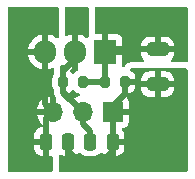
<source format=gbr>
%TF.GenerationSoftware,KiCad,Pcbnew,7.0.7*%
%TF.CreationDate,2023-12-16T19:35:09-08:00*%
%TF.ProjectId,laser_crosshair_pwm_gen_board,6c617365-725f-4637-926f-737368616972,rev?*%
%TF.SameCoordinates,PX791ddc0PY6d01460*%
%TF.FileFunction,Copper,L1,Top*%
%TF.FilePolarity,Positive*%
%FSLAX46Y46*%
G04 Gerber Fmt 4.6, Leading zero omitted, Abs format (unit mm)*
G04 Created by KiCad (PCBNEW 7.0.7) date 2023-12-16 19:35:10*
%MOMM*%
%LPD*%
G01*
G04 APERTURE LIST*
G04 Aperture macros list*
%AMRoundRect*
0 Rectangle with rounded corners*
0 $1 Rounding radius*
0 $2 $3 $4 $5 $6 $7 $8 $9 X,Y pos of 4 corners*
0 Add a 4 corners polygon primitive as box body*
4,1,4,$2,$3,$4,$5,$6,$7,$8,$9,$2,$3,0*
0 Add four circle primitives for the rounded corners*
1,1,$1+$1,$2,$3*
1,1,$1+$1,$4,$5*
1,1,$1+$1,$6,$7*
1,1,$1+$1,$8,$9*
0 Add four rect primitives between the rounded corners*
20,1,$1+$1,$2,$3,$4,$5,0*
20,1,$1+$1,$4,$5,$6,$7,0*
20,1,$1+$1,$6,$7,$8,$9,0*
20,1,$1+$1,$8,$9,$2,$3,0*%
G04 Aperture macros list end*
%TA.AperFunction,SMDPad,CuDef*%
%ADD10RoundRect,0.200000X-0.200000X-0.275000X0.200000X-0.275000X0.200000X0.275000X-0.200000X0.275000X0*%
%TD*%
%TA.AperFunction,SMDPad,CuDef*%
%ADD11RoundRect,0.250000X-0.250000X-0.475000X0.250000X-0.475000X0.250000X0.475000X-0.250000X0.475000X0*%
%TD*%
%TA.AperFunction,SMDPad,CuDef*%
%ADD12RoundRect,0.250000X-0.650000X0.325000X-0.650000X-0.325000X0.650000X-0.325000X0.650000X0.325000X0*%
%TD*%
%TA.AperFunction,ComponentPad*%
%ADD13R,1.905000X2.000000*%
%TD*%
%TA.AperFunction,ComponentPad*%
%ADD14O,1.905000X2.000000*%
%TD*%
%TA.AperFunction,ComponentPad*%
%ADD15R,1.700000X1.700000*%
%TD*%
%TA.AperFunction,ComponentPad*%
%ADD16O,1.700000X1.700000*%
%TD*%
%TA.AperFunction,Conductor*%
%ADD17C,0.500000*%
%TD*%
G04 APERTURE END LIST*
D10*
%TO.P,R4,1*%
%TO.N,Net-(U1-ADJ)*%
X8255000Y-6350000D03*
%TO.P,R4,2*%
%TO.N,GND*%
X9905000Y-6350000D03*
%TD*%
%TO.P,R3,1*%
%TO.N,Net-(J1-Pin_2)*%
X4700000Y-6350000D03*
%TO.P,R3,2*%
%TO.N,Net-(U1-ADJ)*%
X6350000Y-6350000D03*
%TD*%
D11*
%TO.P,C4,1*%
%TO.N,Net-(J1-Pin_2)*%
X6990000Y-11430000D03*
%TO.P,C4,2*%
%TO.N,GND*%
X8890000Y-11430000D03*
%TD*%
D12*
%TO.P,C3,1*%
%TO.N,Net-(U1-ADJ)*%
X12700000Y-3605000D03*
%TO.P,C3,2*%
%TO.N,GND*%
X12700000Y-6555000D03*
%TD*%
D11*
%TO.P,C5,1*%
%TO.N,+5V*%
X3241000Y-11430000D03*
%TO.P,C5,2*%
%TO.N,GND*%
X5141000Y-11430000D03*
%TD*%
D13*
%TO.P,U1,1,ADJ*%
%TO.N,Net-(U1-ADJ)*%
X8255000Y-3810000D03*
D14*
%TO.P,U1,2,VO*%
%TO.N,Net-(J1-Pin_2)*%
X5715000Y-3810000D03*
%TO.P,U1,3,VI*%
%TO.N,+5V*%
X3175000Y-3810000D03*
%TD*%
D15*
%TO.P,J1,1,Pin_1*%
%TO.N,GND*%
X8890000Y-8890000D03*
D16*
%TO.P,J1,2,Pin_2*%
%TO.N,Net-(J1-Pin_2)*%
X6350000Y-8890000D03*
%TO.P,J1,3,Pin_3*%
%TO.N,+5V*%
X3810000Y-8890000D03*
%TD*%
D17*
%TO.N,GND*%
X8890000Y-8382000D02*
X8890000Y-8890000D01*
X9905000Y-6350000D02*
X9905000Y-7367000D01*
X9905000Y-7367000D02*
X8890000Y-8382000D01*
X8890000Y-12192000D02*
X8890000Y-11430000D01*
X7874000Y-13208000D02*
X8890000Y-12192000D01*
X5141000Y-12253000D02*
X6096000Y-13208000D01*
X5141000Y-11430000D02*
X5141000Y-12253000D01*
X6096000Y-13208000D02*
X7874000Y-13208000D01*
X8890000Y-8890000D02*
X8890000Y-11430000D01*
%TO.N,Net-(J1-Pin_2)*%
X6350000Y-9906000D02*
X6350000Y-8890000D01*
X6990000Y-10546000D02*
X6350000Y-9906000D01*
X6990000Y-11430000D02*
X6990000Y-10546000D01*
%TO.N,Net-(U1-ADJ)*%
X8460000Y-3605000D02*
X8255000Y-3810000D01*
X12700000Y-3605000D02*
X8460000Y-3605000D01*
%TO.N,+5V*%
X3241000Y-9459000D02*
X3810000Y-8890000D01*
X3241000Y-11430000D02*
X3241000Y-9459000D01*
X3175000Y-8255000D02*
X3175000Y-3810000D01*
X3810000Y-8890000D02*
X3175000Y-8255000D01*
%TO.N,Net-(J1-Pin_2)*%
X4700000Y-7240000D02*
X4700000Y-6350000D01*
X6350000Y-8890000D02*
X4700000Y-7240000D01*
X5715000Y-4445000D02*
X5715000Y-3810000D01*
X4700000Y-5460000D02*
X5715000Y-4445000D01*
X4700000Y-6350000D02*
X4700000Y-5460000D01*
%TO.N,Net-(U1-ADJ)*%
X6350000Y-6350000D02*
X8255000Y-6350000D01*
X8255000Y-6350000D02*
X8255000Y-3810000D01*
%TO.N,GND*%
X10795000Y-6350000D02*
X9905000Y-6350000D01*
X11000000Y-6555000D02*
X10795000Y-6350000D01*
X12700000Y-6555000D02*
X11000000Y-6555000D01*
%TD*%
%TA.AperFunction,Conductor*%
%TO.N,Net-(U1-ADJ)*%
G36*
X8433210Y-4360545D02*
G01*
X8485729Y-4406627D01*
X8505000Y-4473018D01*
X8505000Y-6476000D01*
X8485315Y-6543039D01*
X8432511Y-6588794D01*
X8381000Y-6600000D01*
X8129000Y-6600000D01*
X8061961Y-6580315D01*
X8016206Y-6527511D01*
X8005000Y-6476000D01*
X8005000Y-4474652D01*
X8024685Y-4407613D01*
X8077489Y-4361858D01*
X8146647Y-4351914D01*
X8162447Y-4355248D01*
X8179404Y-4360000D01*
X8179406Y-4360000D01*
X8292622Y-4360000D01*
X8364116Y-4350173D01*
X8433210Y-4360545D01*
G37*
%TD.AperFunction*%
%TA.AperFunction,Conductor*%
G36*
X15182539Y-20185D02*
G01*
X15228294Y-72989D01*
X15239500Y-124500D01*
X15239500Y-4577500D01*
X15219815Y-4644539D01*
X15167011Y-4690294D01*
X15115500Y-4701500D01*
X13938523Y-4701500D01*
X13871484Y-4681815D01*
X13825729Y-4629011D01*
X13815785Y-4559853D01*
X13844810Y-4496297D01*
X13850842Y-4489819D01*
X13942315Y-4398345D01*
X14034356Y-4249124D01*
X14034358Y-4249119D01*
X14089505Y-4082697D01*
X14089506Y-4082690D01*
X14099999Y-3979986D01*
X14100000Y-3979973D01*
X14100000Y-3855000D01*
X11300001Y-3855000D01*
X11300001Y-3979986D01*
X11310494Y-4082697D01*
X11365641Y-4249119D01*
X11365643Y-4249124D01*
X11457684Y-4398345D01*
X11549158Y-4489819D01*
X11582643Y-4551142D01*
X11577659Y-4620834D01*
X11535787Y-4676767D01*
X11470323Y-4701184D01*
X11461477Y-4701500D01*
X10467043Y-4701500D01*
X10456878Y-4702297D01*
X10388244Y-4707679D01*
X10388237Y-4707680D01*
X10388238Y-4707680D01*
X10350050Y-4713707D01*
X10306703Y-4724075D01*
X10273179Y-4732095D01*
X10143987Y-4795438D01*
X10086273Y-4834808D01*
X9980158Y-4931983D01*
X9922404Y-5027521D01*
X9870876Y-5074709D01*
X9802016Y-5086547D01*
X9737688Y-5059278D01*
X9698314Y-5001559D01*
X9696396Y-4931716D01*
X9700106Y-4920034D01*
X9701098Y-4917374D01*
X9701098Y-4917372D01*
X9707499Y-4857844D01*
X9707500Y-4857827D01*
X9707500Y-4060000D01*
X8921956Y-4060000D01*
X8854917Y-4040315D01*
X8809162Y-3987511D01*
X8798245Y-3927537D01*
X8803207Y-3855000D01*
X8808877Y-3772114D01*
X8795809Y-3709227D01*
X8801443Y-3639586D01*
X8843834Y-3584045D01*
X8909523Y-3560239D01*
X8917216Y-3560000D01*
X9707500Y-3560000D01*
X9707500Y-3355000D01*
X11300000Y-3355000D01*
X12450000Y-3355000D01*
X12450000Y-2530000D01*
X12950000Y-2530000D01*
X12950000Y-3355000D01*
X14099999Y-3355000D01*
X14099999Y-3230028D01*
X14099998Y-3230013D01*
X14089505Y-3127302D01*
X14034358Y-2960880D01*
X14034356Y-2960875D01*
X13942315Y-2811654D01*
X13818345Y-2687684D01*
X13669124Y-2595643D01*
X13669119Y-2595641D01*
X13502697Y-2540494D01*
X13502690Y-2540493D01*
X13399986Y-2530000D01*
X12950000Y-2530000D01*
X12450000Y-2530000D01*
X12000028Y-2530000D01*
X12000012Y-2530001D01*
X11897302Y-2540494D01*
X11730880Y-2595641D01*
X11730875Y-2595643D01*
X11581654Y-2687684D01*
X11457684Y-2811654D01*
X11365643Y-2960875D01*
X11365641Y-2960880D01*
X11310494Y-3127302D01*
X11310493Y-3127309D01*
X11300000Y-3230013D01*
X11300000Y-3355000D01*
X9707500Y-3355000D01*
X9707500Y-2762172D01*
X9707499Y-2762155D01*
X9701098Y-2702627D01*
X9701096Y-2702620D01*
X9650854Y-2567913D01*
X9650850Y-2567906D01*
X9564690Y-2452812D01*
X9564687Y-2452809D01*
X9449593Y-2366649D01*
X9449586Y-2366645D01*
X9314879Y-2316403D01*
X9314872Y-2316401D01*
X9255344Y-2310000D01*
X8505000Y-2310000D01*
X8505000Y-3145347D01*
X8485315Y-3212386D01*
X8432511Y-3258141D01*
X8363353Y-3268085D01*
X8347547Y-3264749D01*
X8330598Y-3260000D01*
X8330596Y-3260000D01*
X8217378Y-3260000D01*
X8217376Y-3260000D01*
X8145884Y-3269826D01*
X8076789Y-3259453D01*
X8024270Y-3213371D01*
X8005000Y-3146981D01*
X8005000Y-2310000D01*
X7487499Y-2310000D01*
X7420460Y-2290315D01*
X7374705Y-2237511D01*
X7363499Y-2186000D01*
X7363500Y-124500D01*
X7383185Y-57460D01*
X7435989Y-11706D01*
X7487500Y-500D01*
X15115500Y-500D01*
X15182539Y-20185D01*
G37*
%TD.AperFunction*%
%TD*%
%TA.AperFunction,Conductor*%
%TO.N,Net-(J1-Pin_2)*%
G36*
X4740744Y-4939816D02*
G01*
X4917838Y-5077654D01*
X4917840Y-5077655D01*
X5039752Y-5143630D01*
X5089343Y-5192849D01*
X5104451Y-5261066D01*
X5080281Y-5326622D01*
X5024505Y-5368703D01*
X4969514Y-5376176D01*
X4956572Y-5375000D01*
X4950000Y-5375000D01*
X4950000Y-7324999D01*
X4956581Y-7324999D01*
X5027102Y-7318591D01*
X5027107Y-7318590D01*
X5189396Y-7268018D01*
X5334877Y-7180072D01*
X5334878Y-7180071D01*
X5436963Y-7077985D01*
X5498286Y-7044499D01*
X5567977Y-7049483D01*
X5612326Y-7077984D01*
X5714811Y-7180469D01*
X5714813Y-7180470D01*
X5714815Y-7180472D01*
X5860394Y-7268478D01*
X6022804Y-7319086D01*
X6022808Y-7319086D01*
X6029068Y-7321037D01*
X6028356Y-7323318D01*
X6080614Y-7350642D01*
X6082209Y-7352209D01*
X6097478Y-7367478D01*
X6130963Y-7428801D01*
X6125979Y-7498493D01*
X6084107Y-7554426D01*
X6041891Y-7574934D01*
X5886514Y-7616567D01*
X5886507Y-7616570D01*
X5672422Y-7716399D01*
X5672420Y-7716400D01*
X5478926Y-7851886D01*
X5478920Y-7851891D01*
X5311891Y-8018920D01*
X5308530Y-8023721D01*
X5253952Y-8067345D01*
X5184453Y-8074536D01*
X5122099Y-8043012D01*
X5119276Y-8040276D01*
X4529537Y-7450537D01*
X4504977Y-7415562D01*
X4489886Y-7383422D01*
X4487156Y-7376576D01*
X4468554Y-7320442D01*
X4468554Y-7320441D01*
X4464327Y-7308827D01*
X4457320Y-7277224D01*
X4456242Y-7264896D01*
X4454551Y-7250434D01*
X4454192Y-7245939D01*
X4453802Y-7236991D01*
X4453641Y-7235158D01*
X4453496Y-7215317D01*
X4454332Y-7203854D01*
X4455000Y-7185485D01*
X4455000Y-7102977D01*
X4450573Y-7070608D01*
X4450000Y-7062197D01*
X4450000Y-5637803D01*
X4450573Y-5629391D01*
X4455000Y-5597021D01*
X4455000Y-5463562D01*
X4454611Y-5450205D01*
X4455918Y-5428277D01*
X4456357Y-5425329D01*
X4456360Y-5425318D01*
X4467159Y-5281844D01*
X4462575Y-5214228D01*
X4462538Y-5213120D01*
X4462434Y-5212139D01*
X4462434Y-5212135D01*
X4462434Y-5212134D01*
X4458028Y-5191512D01*
X4463270Y-5121843D01*
X4476111Y-5096832D01*
X4561409Y-4968885D01*
X4614974Y-4924026D01*
X4684290Y-4915246D01*
X4740744Y-4939816D01*
G37*
%TD.AperFunction*%
%TA.AperFunction,Conductor*%
G36*
X5893210Y-4360545D02*
G01*
X5945729Y-4406627D01*
X5965000Y-4473018D01*
X5965000Y-5286637D01*
X5945315Y-5353676D01*
X5928680Y-5374320D01*
X5896615Y-5406384D01*
X5866520Y-5427158D01*
X5866813Y-5427642D01*
X5860395Y-5431521D01*
X5860394Y-5431522D01*
X5829489Y-5450205D01*
X5714811Y-5519530D01*
X5714810Y-5519531D01*
X5612327Y-5622015D01*
X5551004Y-5655500D01*
X5481312Y-5650516D01*
X5436965Y-5622015D01*
X5334877Y-5519927D01*
X5310341Y-5505095D01*
X5263154Y-5453568D01*
X5251315Y-5384708D01*
X5278583Y-5320379D01*
X5336302Y-5281005D01*
X5394900Y-5276669D01*
X5465000Y-5288366D01*
X5465000Y-4474652D01*
X5484685Y-4407613D01*
X5537489Y-4361858D01*
X5606647Y-4351914D01*
X5622447Y-4355248D01*
X5639404Y-4360000D01*
X5639406Y-4360000D01*
X5752622Y-4360000D01*
X5824116Y-4350173D01*
X5893210Y-4360545D01*
G37*
%TD.AperFunction*%
%TA.AperFunction,Conductor*%
G36*
X6801039Y-20185D02*
G01*
X6846794Y-72989D01*
X6858000Y-124500D01*
X6857999Y-2547186D01*
X6850177Y-2590530D01*
X6847086Y-2598815D01*
X6805209Y-2654745D01*
X6739743Y-2679156D01*
X6671471Y-2664298D01*
X6654745Y-2653324D01*
X6512162Y-2542346D01*
X6512159Y-2542344D01*
X6300468Y-2427784D01*
X6300454Y-2427778D01*
X6072791Y-2349619D01*
X5965000Y-2331633D01*
X5965000Y-3145347D01*
X5945315Y-3212386D01*
X5892511Y-3258141D01*
X5823353Y-3268085D01*
X5807547Y-3264749D01*
X5790598Y-3260000D01*
X5790596Y-3260000D01*
X5677378Y-3260000D01*
X5677376Y-3260000D01*
X5605884Y-3269826D01*
X5536789Y-3259453D01*
X5484270Y-3213371D01*
X5465000Y-3146981D01*
X5465000Y-2331633D01*
X5464999Y-2331633D01*
X5357208Y-2349619D01*
X5129545Y-2427778D01*
X5129531Y-2427784D01*
X5006517Y-2494355D01*
X4938188Y-2508950D01*
X4872816Y-2484287D01*
X4831156Y-2428196D01*
X4823500Y-2385300D01*
X4823500Y-124500D01*
X4843185Y-57461D01*
X4895989Y-11706D01*
X4947500Y-500D01*
X6734000Y-500D01*
X6801039Y-20185D01*
G37*
%TD.AperFunction*%
%TD*%
%TA.AperFunction,Conductor*%
%TO.N,+5V*%
G36*
X4261039Y-20185D02*
G01*
X4306794Y-72989D01*
X4318000Y-124500D01*
X4318000Y-2557876D01*
X4298315Y-2624915D01*
X4245511Y-2670670D01*
X4176353Y-2680614D01*
X4117838Y-2655730D01*
X3972161Y-2542345D01*
X3972159Y-2542344D01*
X3760468Y-2427784D01*
X3760454Y-2427778D01*
X3532791Y-2349619D01*
X3425000Y-2331633D01*
X3425000Y-3145347D01*
X3405315Y-3212386D01*
X3352511Y-3258141D01*
X3283353Y-3268085D01*
X3267547Y-3264749D01*
X3250598Y-3260000D01*
X3250596Y-3260000D01*
X3137378Y-3260000D01*
X3137376Y-3260000D01*
X3065884Y-3269826D01*
X2996789Y-3259453D01*
X2944270Y-3213371D01*
X2925000Y-3146981D01*
X2925000Y-2331633D01*
X2924999Y-2331633D01*
X2817208Y-2349619D01*
X2589545Y-2427778D01*
X2589531Y-2427784D01*
X2377840Y-2542344D01*
X2377831Y-2542350D01*
X2187883Y-2690193D01*
X2187873Y-2690202D01*
X2024851Y-2867289D01*
X2024843Y-2867300D01*
X1893186Y-3068815D01*
X1796491Y-3289259D01*
X1737400Y-3522604D01*
X1737400Y-3522605D01*
X1734302Y-3560000D01*
X2508044Y-3560000D01*
X2575083Y-3579685D01*
X2620838Y-3632489D01*
X2631755Y-3692463D01*
X2631441Y-3697045D01*
X2631441Y-3697047D01*
X2621123Y-3847886D01*
X2634191Y-3910772D01*
X2628557Y-3980414D01*
X2586166Y-4035955D01*
X2520477Y-4059761D01*
X2512784Y-4060000D01*
X1734303Y-4060000D01*
X1737400Y-4097394D01*
X1737400Y-4097395D01*
X1796491Y-4330740D01*
X1893186Y-4551184D01*
X2024843Y-4752699D01*
X2024851Y-4752710D01*
X2187873Y-4929797D01*
X2187883Y-4929806D01*
X2377831Y-5077649D01*
X2377840Y-5077655D01*
X2589531Y-5192215D01*
X2589545Y-5192221D01*
X2817207Y-5270379D01*
X2924999Y-5288365D01*
X2924999Y-4474652D01*
X2944683Y-4407613D01*
X2997487Y-4361858D01*
X3066646Y-4351914D01*
X3082453Y-4355250D01*
X3099404Y-4360000D01*
X3099406Y-4360000D01*
X3212622Y-4360000D01*
X3284116Y-4350173D01*
X3353210Y-4360545D01*
X3405729Y-4406627D01*
X3425000Y-4473018D01*
X3425000Y-5288365D01*
X3532792Y-5270379D01*
X3760454Y-5192221D01*
X3760468Y-5192215D01*
X3782727Y-5180169D01*
X3851055Y-5165571D01*
X3916428Y-5190231D01*
X3958091Y-5246320D01*
X3962816Y-5316029D01*
X3962407Y-5317815D01*
X3949499Y-5372281D01*
X3948661Y-5379454D01*
X3948601Y-5379447D01*
X3947835Y-5386945D01*
X3947895Y-5386951D01*
X3947265Y-5394140D01*
X3949500Y-5470916D01*
X3949500Y-5597023D01*
X3931617Y-5661173D01*
X3856522Y-5785393D01*
X3805913Y-5947807D01*
X3799500Y-6018386D01*
X3799500Y-6681613D01*
X3805913Y-6752192D01*
X3805913Y-6752194D01*
X3805914Y-6752196D01*
X3856522Y-6914606D01*
X3931617Y-7038829D01*
X3949500Y-7102976D01*
X3949500Y-7176294D01*
X3948191Y-7194263D01*
X3944710Y-7218025D01*
X3949264Y-7270064D01*
X3949500Y-7275470D01*
X3949500Y-7283709D01*
X3953306Y-7316274D01*
X3960000Y-7392791D01*
X3961461Y-7399867D01*
X3961403Y-7399878D01*
X3963034Y-7407237D01*
X3963092Y-7407224D01*
X3964757Y-7414250D01*
X3991025Y-7486424D01*
X4015185Y-7559331D01*
X4018236Y-7565874D01*
X4018182Y-7565898D01*
X4021471Y-7572691D01*
X4021523Y-7572666D01*
X4024764Y-7579120D01*
X4039600Y-7601677D01*
X4059992Y-7668505D01*
X4059999Y-7669815D01*
X4059999Y-8277698D01*
X4040314Y-8344737D01*
X3987510Y-8390492D01*
X3918353Y-8400436D01*
X3845764Y-8390000D01*
X3845763Y-8390000D01*
X3774237Y-8390000D01*
X3774233Y-8390000D01*
X3701645Y-8400436D01*
X3632487Y-8390492D01*
X3579684Y-8344736D01*
X3560000Y-8277698D01*
X3560000Y-7559364D01*
X3559999Y-7559364D01*
X3346513Y-7616567D01*
X3346507Y-7616570D01*
X3132422Y-7716399D01*
X3132420Y-7716400D01*
X2938926Y-7851886D01*
X2938920Y-7851891D01*
X2771891Y-8018920D01*
X2771886Y-8018926D01*
X2636400Y-8212420D01*
X2636399Y-8212422D01*
X2536570Y-8426507D01*
X2536567Y-8426513D01*
X2479364Y-8639999D01*
X2479364Y-8640000D01*
X3196653Y-8640000D01*
X3263692Y-8659685D01*
X3309447Y-8712489D01*
X3319391Y-8781647D01*
X3315631Y-8798933D01*
X3310000Y-8818111D01*
X3310000Y-8961888D01*
X3315631Y-8981067D01*
X3315630Y-9050936D01*
X3277855Y-9109714D01*
X3214299Y-9138738D01*
X3196653Y-9140000D01*
X2479364Y-9140000D01*
X2536567Y-9353486D01*
X2536570Y-9353492D01*
X2636399Y-9567578D01*
X2771894Y-9761082D01*
X2938917Y-9928105D01*
X3012209Y-9979425D01*
X3055833Y-10034002D01*
X3063026Y-10103501D01*
X3031504Y-10165855D01*
X2971274Y-10201269D01*
X2944159Y-10204624D01*
X2944171Y-10204841D01*
X2941176Y-10204993D01*
X2941124Y-10205000D01*
X2941047Y-10205000D01*
X2941012Y-10205001D01*
X2838302Y-10215494D01*
X2671880Y-10270641D01*
X2671875Y-10270643D01*
X2522654Y-10362684D01*
X2398684Y-10486654D01*
X2306643Y-10635875D01*
X2306641Y-10635880D01*
X2251494Y-10802302D01*
X2251493Y-10802309D01*
X2241000Y-10905013D01*
X2241000Y-11180000D01*
X3367000Y-11180000D01*
X3434039Y-11199685D01*
X3479794Y-11252489D01*
X3491000Y-11304000D01*
X3491000Y-12654999D01*
X3540972Y-12654999D01*
X3540986Y-12654998D01*
X3643696Y-12644505D01*
X3649493Y-12642585D01*
X3719321Y-12640181D01*
X3779364Y-12675911D01*
X3810558Y-12738431D01*
X3812500Y-12760290D01*
X3812500Y-13845500D01*
X3792815Y-13912539D01*
X3740011Y-13958294D01*
X3688500Y-13969500D01*
X124500Y-13969500D01*
X57461Y-13949815D01*
X11706Y-13897011D01*
X500Y-13845500D01*
X500Y-11680000D01*
X2241001Y-11680000D01*
X2241001Y-11954986D01*
X2251494Y-12057697D01*
X2306641Y-12224119D01*
X2306643Y-12224124D01*
X2398684Y-12373345D01*
X2522654Y-12497315D01*
X2671875Y-12589356D01*
X2671880Y-12589358D01*
X2838302Y-12644505D01*
X2838309Y-12644506D01*
X2941019Y-12654999D01*
X2990999Y-12654998D01*
X2991000Y-12654998D01*
X2991000Y-11680000D01*
X2241001Y-11680000D01*
X500Y-11680000D01*
X500Y-124500D01*
X20185Y-57461D01*
X72989Y-11706D01*
X124500Y-500D01*
X4194000Y-500D01*
X4261039Y-20185D01*
G37*
%TD.AperFunction*%
%TD*%
%TA.AperFunction,Conductor*%
%TO.N,GND*%
G36*
X15182539Y-5226685D02*
G01*
X15228294Y-5279489D01*
X15239500Y-5331000D01*
X15239500Y-13845500D01*
X15219815Y-13912539D01*
X15167011Y-13958294D01*
X15115500Y-13969500D01*
X4442000Y-13969500D01*
X4374961Y-13949815D01*
X4329206Y-13897011D01*
X4318000Y-13845500D01*
X4318000Y-13845499D01*
X4318000Y-12654934D01*
X4337684Y-12587899D01*
X4390487Y-12542144D01*
X4459646Y-12532200D01*
X4507096Y-12549400D01*
X4571869Y-12589353D01*
X4571880Y-12589358D01*
X4738302Y-12644505D01*
X4738309Y-12644506D01*
X4841019Y-12654999D01*
X4890999Y-12654998D01*
X4891000Y-12654998D01*
X4891000Y-11304000D01*
X4910685Y-11236961D01*
X4963489Y-11191206D01*
X5015000Y-11180000D01*
X5267000Y-11180000D01*
X5334039Y-11199685D01*
X5379794Y-11252489D01*
X5391000Y-11304000D01*
X5391000Y-12654999D01*
X5440972Y-12654999D01*
X5440986Y-12654998D01*
X5543697Y-12644505D01*
X5710119Y-12589358D01*
X5710124Y-12589356D01*
X5859342Y-12497317D01*
X5977464Y-12379195D01*
X6038787Y-12345710D01*
X6108479Y-12350694D01*
X6152827Y-12379195D01*
X6271344Y-12497712D01*
X6420666Y-12589814D01*
X6587203Y-12644999D01*
X6689991Y-12655500D01*
X7290008Y-12655499D01*
X7290016Y-12655498D01*
X7290019Y-12655498D01*
X7346302Y-12649748D01*
X7392797Y-12644999D01*
X7559334Y-12589814D01*
X7708656Y-12497712D01*
X7832712Y-12373656D01*
X7832715Y-12373650D01*
X7837193Y-12367989D01*
X7839279Y-12369638D01*
X7882043Y-12331177D01*
X7935631Y-12319000D01*
X7944957Y-12319000D01*
X8011996Y-12338685D01*
X8041652Y-12368902D01*
X8043202Y-12367677D01*
X8047683Y-12373344D01*
X8171654Y-12497315D01*
X8320875Y-12589356D01*
X8320880Y-12589358D01*
X8487302Y-12644505D01*
X8487309Y-12644506D01*
X8590019Y-12654999D01*
X8639999Y-12654998D01*
X8640000Y-12654998D01*
X8640000Y-11680000D01*
X9140000Y-11680000D01*
X9140000Y-12654999D01*
X9189972Y-12654999D01*
X9189986Y-12654998D01*
X9292697Y-12644505D01*
X9459119Y-12589358D01*
X9459124Y-12589356D01*
X9608345Y-12497315D01*
X9732315Y-12373345D01*
X9824356Y-12224124D01*
X9824358Y-12224119D01*
X9879505Y-12057697D01*
X9879506Y-12057690D01*
X9889999Y-11954986D01*
X9890000Y-11954973D01*
X9890000Y-11680000D01*
X9140000Y-11680000D01*
X8640000Y-11680000D01*
X8640000Y-9502301D01*
X8659685Y-9435262D01*
X8712489Y-9389507D01*
X8781647Y-9379563D01*
X8854237Y-9390000D01*
X8854238Y-9390000D01*
X8925762Y-9390000D01*
X8925763Y-9390000D01*
X8998353Y-9379563D01*
X9067512Y-9389507D01*
X9120315Y-9435262D01*
X9140000Y-9502301D01*
X9140000Y-11180000D01*
X9889999Y-11180000D01*
X9889999Y-10905028D01*
X9889998Y-10905013D01*
X9879505Y-10802302D01*
X9824358Y-10635880D01*
X9824356Y-10635875D01*
X9732315Y-10486654D01*
X9697342Y-10451681D01*
X9663857Y-10390358D01*
X9668841Y-10320666D01*
X9710713Y-10264733D01*
X9776177Y-10240316D01*
X9785023Y-10240000D01*
X9787828Y-10240000D01*
X9787844Y-10239999D01*
X9847372Y-10233598D01*
X9847379Y-10233596D01*
X9982086Y-10183354D01*
X9982093Y-10183350D01*
X10097187Y-10097190D01*
X10097190Y-10097187D01*
X10183350Y-9982093D01*
X10183354Y-9982086D01*
X10233596Y-9847379D01*
X10233598Y-9847372D01*
X10239999Y-9787844D01*
X10240000Y-9787827D01*
X10240000Y-9140000D01*
X9503347Y-9140000D01*
X9436308Y-9120315D01*
X9390553Y-9067511D01*
X9380609Y-8998353D01*
X9384369Y-8981067D01*
X9390000Y-8961888D01*
X9390000Y-8818111D01*
X9384369Y-8798933D01*
X9384370Y-8729064D01*
X9422145Y-8670286D01*
X9485701Y-8641262D01*
X9503347Y-8640000D01*
X10240000Y-8640000D01*
X10240000Y-7992172D01*
X10239999Y-7992155D01*
X10233598Y-7932627D01*
X10233596Y-7932620D01*
X10183354Y-7797913D01*
X10183350Y-7797906D01*
X10097190Y-7682812D01*
X10097187Y-7682809D01*
X9982093Y-7596649D01*
X9982086Y-7596645D01*
X9847379Y-7546403D01*
X9847372Y-7546401D01*
X9787844Y-7540000D01*
X9739362Y-7540000D01*
X9672323Y-7520315D01*
X9626568Y-7467511D01*
X9616624Y-7398353D01*
X9645649Y-7334797D01*
X9651674Y-7328325D01*
X9655000Y-7324998D01*
X9655000Y-6600000D01*
X10155000Y-6600000D01*
X10155000Y-7324999D01*
X10161581Y-7324999D01*
X10232102Y-7318591D01*
X10232107Y-7318590D01*
X10394396Y-7268018D01*
X10539877Y-7180072D01*
X10660072Y-7059877D01*
X10748019Y-6914395D01*
X10782108Y-6805000D01*
X11300001Y-6805000D01*
X11300001Y-6929986D01*
X11310494Y-7032697D01*
X11365641Y-7199119D01*
X11365643Y-7199124D01*
X11457684Y-7348345D01*
X11581654Y-7472315D01*
X11730875Y-7564356D01*
X11730880Y-7564358D01*
X11897302Y-7619505D01*
X11897309Y-7619506D01*
X12000019Y-7629999D01*
X12449999Y-7629999D01*
X12450000Y-7629998D01*
X12450000Y-6805000D01*
X12950000Y-6805000D01*
X12950000Y-7629999D01*
X13399972Y-7629999D01*
X13399986Y-7629998D01*
X13502697Y-7619505D01*
X13669119Y-7564358D01*
X13669124Y-7564356D01*
X13818345Y-7472315D01*
X13942315Y-7348345D01*
X14034356Y-7199124D01*
X14034358Y-7199119D01*
X14089505Y-7032697D01*
X14089506Y-7032690D01*
X14099999Y-6929986D01*
X14100000Y-6929973D01*
X14100000Y-6805000D01*
X12950000Y-6805000D01*
X12450000Y-6805000D01*
X11300001Y-6805000D01*
X10782108Y-6805000D01*
X10798590Y-6752106D01*
X10805000Y-6681572D01*
X10805000Y-6600000D01*
X10155000Y-6600000D01*
X9655000Y-6600000D01*
X9655000Y-6305000D01*
X11300000Y-6305000D01*
X12450000Y-6305000D01*
X12450000Y-5480000D01*
X12950000Y-5480000D01*
X12950000Y-6305000D01*
X14099999Y-6305000D01*
X14099999Y-6180028D01*
X14099998Y-6180013D01*
X14089505Y-6077302D01*
X14034358Y-5910880D01*
X14034356Y-5910875D01*
X13942315Y-5761654D01*
X13818345Y-5637684D01*
X13669124Y-5545643D01*
X13669119Y-5545641D01*
X13502697Y-5490494D01*
X13502690Y-5490493D01*
X13399986Y-5480000D01*
X12950000Y-5480000D01*
X12450000Y-5480000D01*
X12000028Y-5480000D01*
X12000012Y-5480001D01*
X11897302Y-5490494D01*
X11730880Y-5545641D01*
X11730875Y-5545643D01*
X11581654Y-5637684D01*
X11457684Y-5761654D01*
X11365643Y-5910875D01*
X11365641Y-5910880D01*
X11310494Y-6077302D01*
X11310493Y-6077309D01*
X11300000Y-6180013D01*
X11300000Y-6305000D01*
X9655000Y-6305000D01*
X9655000Y-6224000D01*
X9674685Y-6156961D01*
X9727489Y-6111206D01*
X9779000Y-6100000D01*
X10804999Y-6100000D01*
X10804999Y-6018417D01*
X10798591Y-5947897D01*
X10798590Y-5947892D01*
X10748018Y-5785603D01*
X10660072Y-5640122D01*
X10539877Y-5519927D01*
X10402893Y-5437117D01*
X10355705Y-5385589D01*
X10343867Y-5316729D01*
X10371136Y-5252401D01*
X10428855Y-5213027D01*
X10467043Y-5207000D01*
X15115500Y-5207000D01*
X15182539Y-5226685D01*
G37*
%TD.AperFunction*%
%TD*%
M02*

</source>
